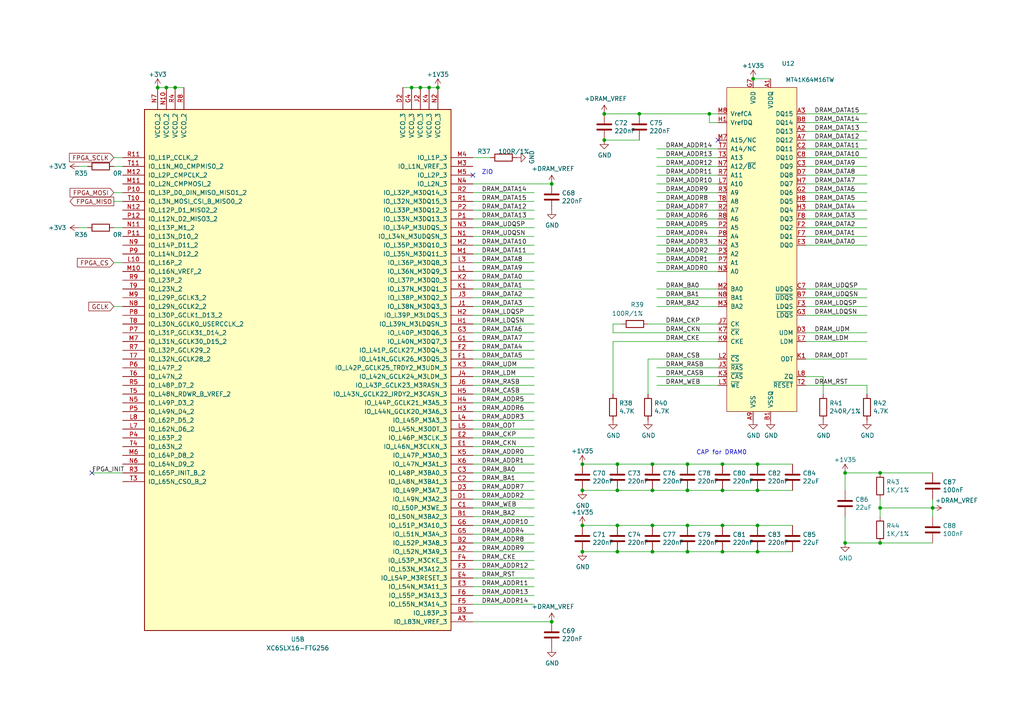
<source format=kicad_sch>
(kicad_sch (version 20231120) (generator "eeschema") (generator_version "8.0")
  (paper "A4")
  (title_block (title "Glider") (date "2024-05-09") (rev "R0.8") (company "Copyright 2024 Wenting Zhang"))
  (junction (at 270.51 147.32) (diameter 0.9144))
  (junction (at 179.07 142.24) (diameter 0.9144))
  (junction (at 175.26 40.64) (diameter 0.9144))
  (junction (at 189.23 134.62) (diameter 0.9144))
  (junction (at 209.55 160.02) (diameter 0.9144))
  (junction (at 218.44 22.86) (diameter 0.9144))
  (junction (at 209.55 142.24) (diameter 0.9144))
  (junction (at 199.39 142.24) (diameter 0.9144))
  (junction (at 168.91 142.24) (diameter 0.9144))
  (junction (at 50.8 25.4))
  (junction (at 199.39 160.02) (diameter 0.9144))
  (junction (at 209.55 134.62) (diameter 0.9144))
  (junction (at 255.27 157.48) (diameter 0.9144))
  (junction (at 168.91 160.02) (diameter 0.9144))
  (junction (at 168.91 134.62) (diameter 0.9144))
  (junction (at 219.71 134.62) (diameter 0.9144))
  (junction (at 127 25.4))
  (junction (at 160.02 180.34))
  (junction (at 48.26 25.4))
  (junction (at 175.26 33.02) (diameter 0.9144))
  (junction (at 255.27 137.16) (diameter 0.9144))
  (junction (at 121.92 25.4))
  (junction (at 189.23 160.02) (diameter 0.9144))
  (junction (at 245.11 137.16) (diameter 0.9144))
  (junction (at 199.39 134.62) (diameter 0.9144))
  (junction (at 219.71 142.24) (diameter 0.9144))
  (junction (at 219.71 152.4) (diameter 0.9144))
  (junction (at 124.46 25.4))
  (junction (at 160.02 53.34))
  (junction (at 119.38 25.4))
  (junction (at 179.07 160.02) (diameter 0.9144))
  (junction (at 179.07 134.62) (diameter 0.9144))
  (junction (at 189.23 142.24) (diameter 0.9144))
  (junction (at 245.11 157.48) (diameter 0.9144))
  (junction (at 179.07 152.4) (diameter 0.9144))
  (junction (at 205.74 33.02))
  (junction (at 168.91 152.4) (diameter 0.9144))
  (junction (at 219.71 160.02) (diameter 0.9144))
  (junction (at 185.42 33.02) (diameter 0.9144))
  (junction (at 189.23 152.4) (diameter 0.9144))
  (junction (at 209.55 152.4) (diameter 0.9144))
  (junction (at 255.27 147.32) (diameter 0.9144))
  (junction (at 199.39 152.4) (diameter 0.9144))
  (junction (at 45.72 25.4))
  (no_connect (at 208.28 40.64))
  (no_connect (at 137.16 50.8))
  (no_connect (at 26.67 137.16))
  (wire (pts (xy 219.71 134.62) (xy 209.55 134.62)))
  (wire (pts (xy 154.94 160.02) (xy 137.16 160.02)))
  (wire (pts (xy 154.94 73.66) (xy 137.16 73.66)))
  (wire (pts (xy 137.16 71.12) (xy 154.94 71.12)))
  (wire (pts (xy 245.11 137.16) (xy 245.11 142.24)))
  (wire (pts (xy 251.46 88.9) (xy 233.68 88.9)))
  (wire (pts (xy 177.8 99.06) (xy 208.28 99.06)))
  (wire (pts (xy 33.02 76.2) (xy 35.56 76.2)))
  (wire (pts (xy 251.46 33.02) (xy 233.68 33.02)))
  (wire (pts (xy 179.07 152.4) (xy 168.91 152.4)))
  (wire (pts (xy 154.94 132.08) (xy 137.16 132.08)))
  (wire (pts (xy 270.51 147.32) (xy 270.51 149.86)))
  (wire (pts (xy 270.51 157.48) (xy 255.27 157.48)))
  (wire (pts (xy 233.68 35.56) (xy 251.46 35.56)))
  (wire (pts (xy 137.16 152.4) (xy 154.94 152.4)))
  (wire (pts (xy 154.94 101.6) (xy 137.16 101.6)))
  (wire (pts (xy 233.68 111.76) (xy 251.46 111.76)))
  (wire (pts (xy 251.46 60.96) (xy 233.68 60.96)))
  (wire (pts (xy 190.5 109.22) (xy 208.28 109.22)))
  (wire (pts (xy 190.5 88.9) (xy 208.28 88.9)))
  (wire (pts (xy 190.5 58.42) (xy 208.28 58.42)))
  (wire (pts (xy 233.68 99.06) (xy 251.46 99.06)))
  (wire (pts (xy 208.28 71.12) (xy 190.5 71.12)))
  (wire (pts (xy 137.16 55.88) (xy 154.94 55.88)))
  (wire (pts (xy 33.02 66.04) (xy 35.56 66.04)))
  (wire (pts (xy 229.87 142.24) (xy 219.71 142.24)))
  (wire (pts (xy 154.94 116.84) (xy 137.16 116.84)))
  (wire (pts (xy 190.5 76.2) (xy 208.28 76.2)))
  (wire (pts (xy 190.5 45.72) (xy 208.28 45.72)))
  (wire (pts (xy 137.16 124.46) (xy 154.94 124.46)))
  (wire (pts (xy 209.55 152.4) (xy 199.39 152.4)))
  (wire (pts (xy 208.28 55.88) (xy 190.5 55.88)))
  (wire (pts (xy 233.68 38.1) (xy 251.46 38.1)))
  (wire (pts (xy 190.5 111.76) (xy 208.28 111.76)))
  (wire (pts (xy 208.28 66.04) (xy 190.5 66.04)))
  (wire (pts (xy 179.07 160.02) (xy 168.91 160.02)))
  (wire (pts (xy 229.87 134.62) (xy 219.71 134.62)))
  (wire (pts (xy 154.94 106.68) (xy 137.16 106.68)))
  (wire (pts (xy 177.8 114.3) (xy 177.8 99.06)))
  (wire (pts (xy 45.72 25.4) (xy 48.26 25.4)))
  (wire (pts (xy 48.26 25.4) (xy 50.8 25.4)))
  (wire (pts (xy 50.8 25.4) (xy 53.34 25.4)))
  (wire (pts (xy 154.94 162.56) (xy 137.16 162.56)))
  (wire (pts (xy 233.68 50.8) (xy 251.46 50.8)))
  (wire (pts (xy 179.07 152.4) (xy 189.23 152.4)))
  (wire (pts (xy 137.16 127) (xy 154.94 127)))
  (wire (pts (xy 154.94 114.3) (xy 137.16 114.3)))
  (wire (pts (xy 137.16 170.18) (xy 154.94 170.18)))
  (wire (pts (xy 26.67 137.16) (xy 35.56 137.16)))
  (wire (pts (xy 175.26 33.02) (xy 185.42 33.02)))
  (wire (pts (xy 205.74 33.02) (xy 208.28 33.02)))
  (wire (pts (xy 219.71 160.02) (xy 209.55 160.02)))
  (wire (pts (xy 124.46 25.4) (xy 127 25.4)))
  (wire (pts (xy 137.16 58.42) (xy 154.94 58.42)))
  (wire (pts (xy 154.94 175.26) (xy 137.16 175.26)))
  (wire (pts (xy 219.71 142.24) (xy 209.55 142.24)))
  (wire (pts (xy 154.94 66.04) (xy 137.16 66.04)))
  (wire (pts (xy 179.07 134.62) (xy 168.91 134.62)))
  (wire (pts (xy 154.94 93.98) (xy 137.16 93.98)))
  (wire (pts (xy 190.5 106.68) (xy 208.28 106.68)))
  (wire (pts (xy 233.68 109.22) (xy 238.76 109.22)))
  (wire (pts (xy 255.27 157.48) (xy 245.11 157.48)))
  (wire (pts (xy 154.94 91.44) (xy 137.16 91.44)))
  (wire (pts (xy 179.07 134.62) (xy 189.23 134.62)))
  (wire (pts (xy 137.16 83.82) (xy 154.94 83.82)))
  (wire (pts (xy 154.94 137.16) (xy 137.16 137.16)))
  (wire (pts (xy 137.16 129.54) (xy 154.94 129.54)))
  (wire (pts (xy 137.16 134.62) (xy 154.94 134.62)))
  (wire (pts (xy 233.68 40.64) (xy 251.46 40.64)))
  (wire (pts (xy 255.27 147.32) (xy 270.51 147.32)))
  (wire (pts (xy 251.46 58.42) (xy 233.68 58.42)))
  (wire (pts (xy 209.55 134.62) (xy 199.39 134.62)))
  (wire (pts (xy 229.87 160.02) (xy 219.71 160.02)))
  (wire (pts (xy 208.28 50.8) (xy 190.5 50.8)))
  (wire (pts (xy 179.07 142.24) (xy 189.23 142.24)))
  (wire (pts (xy 190.5 63.5) (xy 208.28 63.5)))
  (wire (pts (xy 137.16 111.76) (xy 154.94 111.76)))
  (wire (pts (xy 189.23 134.62) (xy 199.39 134.62)))
  (wire (pts (xy 209.55 142.24) (xy 199.39 142.24)))
  (wire (pts (xy 154.94 149.86) (xy 137.16 149.86)))
  (wire (pts (xy 233.68 53.34) (xy 251.46 53.34)))
  (wire (pts (xy 137.16 167.64) (xy 154.94 167.64)))
  (wire (pts (xy 255.27 137.16) (xy 270.51 137.16)))
  (wire (pts (xy 251.46 86.36) (xy 233.68 86.36)))
  (wire (pts (xy 177.8 96.52) (xy 208.28 96.52)))
  (wire (pts (xy 270.51 144.78) (xy 270.51 147.32)))
  (wire (pts (xy 205.74 35.56) (xy 205.74 33.02)))
  (wire (pts (xy 190.5 60.96) (xy 208.28 60.96)))
  (wire (pts (xy 251.46 43.18) (xy 233.68 43.18)))
  (wire (pts (xy 154.94 76.2) (xy 137.16 76.2)))
  (wire (pts (xy 233.68 66.04) (xy 251.46 66.04)))
  (wire (pts (xy 137.16 154.94) (xy 154.94 154.94)))
  (wire (pts (xy 187.96 114.3) (xy 187.96 104.14)))
  (wire (pts (xy 251.46 111.76) (xy 251.46 114.3)))
  (wire (pts (xy 185.42 33.02) (xy 205.74 33.02)))
  (wire (pts (xy 154.94 96.52) (xy 137.16 96.52)))
  (wire (pts (xy 189.23 152.4) (xy 199.39 152.4)))
  (wire (pts (xy 177.8 93.98) (xy 180.34 93.98)))
  (wire (pts (xy 177.8 96.52) (xy 177.8 93.98)))
  (wire (pts (xy 137.16 172.72) (xy 154.94 172.72)))
  (wire (pts (xy 33.02 58.42) (xy 35.56 58.42)))
  (wire (pts (xy 251.46 104.14) (xy 233.68 104.14)))
  (wire (pts (xy 137.16 119.38) (xy 154.94 119.38)))
  (wire (pts (xy 179.07 160.02) (xy 189.23 160.02)))
  (wire (pts (xy 137.16 165.1) (xy 154.94 165.1)))
  (wire (pts (xy 22.86 66.04) (xy 25.4 66.04)))
  (wire (pts (xy 137.16 144.78) (xy 154.94 144.78)))
  (wire (pts (xy 137.16 60.96) (xy 154.94 60.96)))
  (wire (pts (xy 33.02 88.9) (xy 35.56 88.9)))
  (wire (pts (xy 137.16 86.36) (xy 154.94 86.36)))
  (wire (pts (xy 251.46 63.5) (xy 233.68 63.5)))
  (wire (pts (xy 251.46 48.26) (xy 233.68 48.26)))
  (wire (pts (xy 208.28 68.58) (xy 190.5 68.58)))
  (wire (pts (xy 33.02 55.88) (xy 35.56 55.88)))
  (wire (pts (xy 208.28 53.34) (xy 190.5 53.34)))
  (wire (pts (xy 154.94 139.7) (xy 137.16 139.7)))
  (wire (pts (xy 233.68 55.88) (xy 251.46 55.88)))
  (wire (pts (xy 119.38 25.4) (xy 121.92 25.4)))
  (wire (pts (xy 229.87 152.4) (xy 219.71 152.4)))
  (wire (pts (xy 251.46 45.72) (xy 233.68 45.72)))
  (wire (pts (xy 116.84 25.4) (xy 119.38 25.4)))
  (wire (pts (xy 209.55 160.02) (xy 199.39 160.02)))
  (wire (pts (xy 233.68 96.52) (xy 251.46 96.52)))
  (wire (pts (xy 245.11 137.16) (xy 255.27 137.16)))
  (wire (pts (xy 137.16 109.22) (xy 154.94 109.22)))
  (wire (pts (xy 154.94 121.92) (xy 137.16 121.92)))
  (wire (pts (xy 255.27 147.32) (xy 255.27 149.86)))
  (wire (pts (xy 199.39 160.02) (xy 189.23 160.02)))
  (wire (pts (xy 137.16 53.34) (xy 160.02 53.34)))
  (wire (pts (xy 199.39 142.24) (xy 189.23 142.24)))
  (wire (pts (xy 154.94 68.58) (xy 137.16 68.58)))
  (wire (pts (xy 233.68 68.58) (xy 251.46 68.58)))
  (wire (pts (xy 33.02 48.26) (xy 35.56 48.26)))
  (wire (pts (xy 33.02 45.72) (xy 35.56 45.72)))
  (wire (pts (xy 190.5 78.74) (xy 208.28 78.74)))
  (wire (pts (xy 190.5 86.36) (xy 208.28 86.36)))
  (wire (pts (xy 208.28 35.56) (xy 205.74 35.56)))
  (wire (pts (xy 208.28 48.26) (xy 190.5 48.26)))
  (wire (pts (xy 137.16 180.34) (xy 160.02 180.34)))
  (wire (pts (xy 190.5 83.82) (xy 208.28 83.82)))
  (wire (pts (xy 22.86 48.26) (xy 25.4 48.26)))
  (wire (pts (xy 137.16 99.06) (xy 154.94 99.06)))
  (wire (pts (xy 154.94 147.32) (xy 137.16 147.32)))
  (wire (pts (xy 137.16 78.74) (xy 154.94 78.74)))
  (wire (pts (xy 255.27 144.78) (xy 255.27 147.32)))
  (wire (pts (xy 187.96 104.14) (xy 208.28 104.14)))
  (wire (pts (xy 233.68 71.12) (xy 251.46 71.12)))
  (wire (pts (xy 190.5 73.66) (xy 208.28 73.66)))
  (wire (pts (xy 219.71 152.4) (xy 209.55 152.4)))
  (wire (pts (xy 190.5 43.18) (xy 208.28 43.18)))
  (wire (pts (xy 251.46 83.82) (xy 233.68 83.82)))
  (wire (pts (xy 154.94 157.48) (xy 137.16 157.48)))
  (wire (pts (xy 154.94 142.24) (xy 137.16 142.24)))
  (wire (pts (xy 154.94 63.5) (xy 137.16 63.5)))
  (wire (pts (xy 137.16 104.14) (xy 154.94 104.14)))
  (wire (pts (xy 137.16 45.72) (xy 142.24 45.72)))
  (wire (pts (xy 218.44 22.86) (xy 223.52 22.86)))
  (wire (pts (xy 245.11 149.86) (xy 245.11 157.48)))
  (wire (pts (xy 187.96 93.98) (xy 208.28 93.98)))
  (wire (pts (xy 238.76 109.22) (xy 238.76 114.3)))
  (wire (pts (xy 154.94 88.9) (xy 137.16 88.9)))
  (wire (pts (xy 185.42 40.64) (xy 175.26 40.64)))
  (wire (pts (xy 137.16 81.28) (xy 154.94 81.28)))
  (wire (pts (xy 251.46 91.44) (xy 233.68 91.44)))
  (wire (pts (xy 121.92 25.4) (xy 124.46 25.4)))
  (wire (pts (xy 179.07 142.24) (xy 168.91 142.24)))
  (text "ZIO" (at 139.7 50.8 0) (effects (font (size 1.27 1.27)) (justify left bottom)))
  (text "CAP for DRAM0" (at 201.93 132.08 0) (effects (font (size 1.27 1.27)) (justify left bottom)))
  (label "DRAM_DATA3" (at 236.22 63.5 0))
  (label "DRAM_ADDR2" (at 139.7 144.78 0))
  (label "DRAM_UDQSN" (at 236.22 86.36 0))
  (label "DRAM_LDM" (at 236.22 99.06 0))
  (label "DRAM_ADDR9" (at 193.04 55.88 0))
  (label "DRAM_ADDR13" (at 139.7 172.72 0))
  (label "DRAM_DATA11" (at 236.22 43.18 0))
  (label "DRAM_CKE" (at 193.04 99.06 0))
  (label "DRAM_WEB" (at 139.7 147.32 0))
  (label "DRAM_LDM" (at 139.7 109.22 0))
  (label "DRAM_DATA3" (at 139.7 88.9 0))
  (label "DRAM_DATA7" (at 236.22 53.34 0))
  (label "DRAM_WEB" (at 193.04 111.76 0))
  (label "DRAM_RASB" (at 139.7 111.76 0))
  (label "DRAM_ADDR6" (at 193.04 63.5 0))
  (label "DRAM_DATA0" (at 236.22 71.12 0))
  (label "DRAM_DATA10" (at 236.22 45.72 0))
  (label "DRAM_ADDR10" (at 139.7 152.4 0))
  (label "DRAM_ADDR11" (at 193.04 50.8 0))
  (label "DRAM_BA1" (at 193.04 86.36 0))
  (label "DRAM_ADDR2" (at 193.04 73.66 0))
  (label "DRAM_LDQSP" (at 139.7 91.44 0))
  (label "DRAM_ADDR8" (at 139.7 157.48 0))
  (label "DRAM_LDQSP" (at 236.22 88.9 0))
  (label "DRAM_ADDR14" (at 193.04 43.18 0))
  (label "DRAM_CASB" (at 193.04 109.22 0))
  (label "DRAM_RST" (at 139.7 167.64 0))
  (label "DRAM_BA2" (at 193.04 88.9 0))
  (label "DRAM_DATA15" (at 236.22 33.02 0))
  (label "DRAM_DATA2" (at 236.22 66.04 0))
  (label "DRAM_BA2" (at 139.7 149.86 0))
  (label "DRAM_UDM" (at 236.22 96.52 0))
  (label "DRAM_DATA9" (at 236.22 48.26 0))
  (label "DRAM_DATA15" (at 139.7 58.42 0))
  (label "DRAM_BA0" (at 139.7 137.16 0))
  (label "DRAM_CASB" (at 139.7 114.3 0))
  (label "DRAM_ADDR1" (at 193.04 76.2 0))
  (label "DRAM_ODT" (at 236.22 104.14 0))
  (label "DRAM_DATA6" (at 236.22 55.88 0))
  (label "DRAM_DATA5" (at 139.7 104.14 0))
  (label "DRAM_DATA9" (at 139.7 78.74 0))
  (label "DRAM_DATA1" (at 236.22 68.58 0))
  (label "DRAM_UDM" (at 139.7 106.68 0))
  (label "DRAM_ADDR7" (at 193.04 60.96 0))
  (label "DRAM_RST" (at 236.22 111.76 0))
  (label "DRAM_DATA13" (at 236.22 38.1 0))
  (label "DRAM_DATA12" (at 236.22 40.64 0))
  (label "DRAM_CKN" (at 139.7 129.54 0))
  (label "DRAM_ADDR7" (at 139.7 142.24 0))
  (label "DRAM_ADDR6" (at 139.7 119.38 0))
  (label "FPGA_INIT" (at 26.67 137.16 0))
  (label "DRAM_UDQSN" (at 139.7 68.58 0))
  (label "DRAM_ADDR9" (at 139.7 160.02 0))
  (label "DRAM_DATA6" (at 139.7 96.52 0))
  (label "DRAM_ADDR14" (at 139.7 175.26 0))
  (label "DRAM_LDQSN" (at 236.22 91.44 0))
  (label "DRAM_ADDR8" (at 193.04 58.42 0))
  (label "DRAM_DATA14" (at 236.22 35.56 0))
  (label "DRAM_ADDR5" (at 139.7 116.84 0))
  (label "DRAM_ADDR3" (at 193.04 71.12 0))
  (label "DRAM_DATA14" (at 139.7 55.88 0))
  (label "DRAM_CSB" (at 193.04 104.14 0))
  (label "DRAM_DATA1" (at 139.7 83.82 0))
  (label "DRAM_DATA4" (at 139.7 101.6 0))
  (label "DRAM_BA1" (at 139.7 139.7 0))
  (label "DRAM_DATA5" (at 236.22 58.42 0))
  (label "DRAM_DATA4" (at 236.22 60.96 0))
  (label "DRAM_ADDR5" (at 193.04 66.04 0))
  (label "DRAM_RASB" (at 193.04 106.68 0))
  (label "DRAM_DATA13" (at 139.7 63.5 0))
  (label "DRAM_ADDR0" (at 139.7 132.08 0))
  (label "DRAM_ADDR1" (at 139.7 134.62 0))
  (label "DRAM_UDQSP" (at 236.22 83.82 0))
  (label "DRAM_ODT" (at 139.7 124.46 0))
  (label "DRAM_CKN" (at 193.04 96.52 0))
  (label "DRAM_ADDR10" (at 193.04 53.34 0))
  (label "DRAM_DATA8" (at 236.22 50.8 0))
  (label "DRAM_ADDR4" (at 193.04 68.58 0))
  (label "DRAM_BA0" (at 193.04 83.82 0))
  (label "DRAM_DATA12" (at 139.7 60.96 0))
  (label "DRAM_CKE" (at 139.7 162.56 0))
  (label "DRAM_UDQSP" (at 139.7 66.04 0))
  (label "DRAM_LDQSN" (at 139.7 93.98 0))
  (label "DRAM_DATA10" (at 139.7 71.12 0))
  (label "DRAM_ADDR13" (at 193.04 45.72 0))
  (label "DRAM_ADDR4" (at 139.7 154.94 0))
  (label "DRAM_CKP" (at 193.04 93.98 0))
  (label "DRAM_ADDR0" (at 193.04 78.74 0))
  (label "DRAM_ADDR3" (at 139.7 121.92 0))
  (label "DRAM_DATA11" (at 139.7 73.66 0))
  (label "DRAM_DATA0" (at 139.7 81.28 0))
  (label "DRAM_ADDR12" (at 193.04 48.26 0))
  (label "DRAM_ADDR12" (at 139.7 165.1 0))
  (label "DRAM_DATA8" (at 139.7 76.2 0))
  (label "DRAM_DATA7" (at 139.7 99.06 0))
  (label "DRAM_CKP" (at 139.7 127 0))
  (label "DRAM_DATA2" (at 139.7 86.36 0))
  (label "DRAM_ADDR11" (at 139.7 170.18 0))
  (global_label "GCLK" (shape input) (at 33.02 88.9 180) (property "Intersheetrefs" "${INTERSHEET_REFS}" (effects (hide yes))))
  (global_label "FPGA_CS" (shape input) (at 33.02 76.2 180) (property "Intersheetrefs" "${INTERSHEET_REFS}" (effects (hide yes))))
  (global_label "FPGA_SCLK" (shape input) (at 33.02 45.72 180) (property "Intersheetrefs" "${INTERSHEET_REFS}" (effects (hide yes))))
  (global_label "FPGA_MOSI" (shape input) (at 33.02 55.88 180) (property "Intersheetrefs" "${INTERSHEET_REFS}" (effects (hide yes))))
  (global_label "FPGA_MISO" (shape output) (at 33.02 58.42 180) (property "Intersheetrefs" "${INTERSHEET_REFS}" (effects (hide yes))))
  (symbol (lib_id "power:GND") (at 149.86 45.72 90) (unit 1)
    (property "Reference" "#PWR0103" (effects (hide yes)))
    (property "Value" "GND" (at 154.2542 45.593 0))
  )
  (symbol (lib_id "Device:C") (at 229.87 156.21 0) (unit 1)
    (property "Reference" "C85" (at 232.791 155.0416 0) (effects (justify left)))
    (property "Value" "22uF" (at 232.791 157.353 0) (effects (justify left)))
    (property "Footprint" "Capacitor_SMD:C_0603_1608Metric" (effects (hide yes)))
    (property "LCSC" "C94018" (effects (hide yes)))
    (property "Ref.Price" "0.0301" (effects (hide yes)))
  )
  (symbol (lib_id "power:+1V35") (at 168.91 134.62 0) (unit 1)
    (property "Reference" "#PWR0108" (effects (hide yes)))
    (property "Value" "+1V35" (at 168.91 130.81 0))
  )
  (symbol (lib_id "Device:R") (at 184.15 93.98 90) (unit 1)
    (property "Reference" "R39" (at 186.7916 88.392 90) (effects (justify left)))
    (property "Value" "100R/1%" (at 186.563 90.932 90) (effects (justify left)))
    (property "Footprint" "Resistor_SMD:R_0402_1005Metric" (effects (hide yes)))
    (property "LCSC" "C114877" (effects (hide yes)))
    (property "Ref.Price" "0.001" (effects (hide yes)))
  )
  (symbol (lib_id "power:+3V3") (at 45.72 25.4 0) (unit 1)
    (property "Reference" "#PWR099" (effects (hide yes)))
    (property "Value" "+3V3" (at 45.72 21.59 0))
  )
  (symbol (lib_id "Device:C") (at 185.42 36.83 0) (unit 1)
    (property "Reference" "C75" (at 188.341 35.6616 0) (effects (justify left)))
    (property "Value" "220nF" (at 188.341 37.973 0) (effects (justify left)))
    (property "Footprint" "Capacitor_SMD:C_0402_1005Metric" (effects (hide yes)))
    (property "LCSC" "C880414" (effects (hide yes)))
    (property "Ref.Price" "0.0036" (effects (hide yes)))
  )
  (symbol (lib_id "Device:C") (at 168.91 156.21 0) (unit 1)
    (property "Reference" "C71" (at 171.831 155.0416 0) (effects (justify left)))
    (property "Value" "220nF" (at 171.831 157.353 0) (effects (justify left)))
    (property "Footprint" "Capacitor_SMD:C_0402_1005Metric" (effects (hide yes)))
    (property "LCSC" "C880414" (effects (hide yes)))
    (property "Ref.Price" "0.0036" (effects (hide yes)))
  )
  (symbol (lib_id "Device:C") (at 179.07 156.21 0) (unit 1)
    (property "Reference" "C74" (at 181.991 155.0416 0) (effects (justify left)))
    (property "Value" "220nF" (at 181.991 157.353 0) (effects (justify left)))
    (property "Footprint" "Capacitor_SMD:C_0402_1005Metric" (effects (hide yes)))
    (property "LCSC" "C880414" (effects (hide yes)))
    (property "Ref.Price" "0.0036" (effects (hide yes)))
  )
  (symbol (lib_id "Device:R") (at 255.27 153.67 0) (unit 1)
    (property "Reference" "R44" (at 257.048 152.5016 0) (effects (justify left)))
    (property "Value" "1K/1%" (at 257.048 154.813 0) (effects (justify left)))
    (property "Footprint" "Resistor_SMD:R_0402_1005Metric" (effects (hide yes)))
    (property "LCSC" "C226693" (effects (hide yes)))
    (property "Ref.Price" "0.0025" (effects (hide yes)))
  )
  (symbol (lib_id "power:GND") (at 168.91 160.02 0) (unit 1)
    (property "Reference" "#PWR0111" (effects (hide yes)))
    (property "Value" "GND" (at 169.037 164.4142 0))
  )
  (symbol (lib_id "power:+3V3") (at 22.86 48.26 90) (unit 1)
    (property "Reference" "#PWR097" (effects (hide yes)))
    (property "Value" "+3V3" (at 13.97 48.2599 90) (effects (justify right)))
  )
  (symbol (lib_id "Device:C") (at 270.51 140.97 0) (unit 1)
    (property "Reference" "C87" (at 273.431 139.8016 0) (effects (justify left)))
    (property "Value" "100nF" (at 273.431 142.113 0) (effects (justify left)))
    (property "Footprint" "Capacitor_SMD:C_0402_1005Metric" (effects (hide yes)))
    (property "LCSC" "C56392" (effects (hide yes)))
    (property "Ref.Price" "0.0023" (effects (hide yes)))
  )
  (symbol (lib_id "symbols:+DRAM_VREF") (at 160.02 180.34 0) (unit 1)
    (property "Reference" "#PWR0106" (effects (hide yes)))
    (property "Value" "+DRAM_VREF" (at 160.401 175.9458 0))
  )
  (symbol (lib_id "symbols:+DRAM_VREF") (at 160.02 53.34 0) (unit 1)
    (property "Reference" "#PWR0104" (effects (hide yes)))
    (property "Value" "+DRAM_VREF" (at 160.401 48.9458 0))
  )
  (symbol (lib_id "Device:R") (at 238.76 118.11 0) (unit 1)
    (property "Reference" "R41" (at 240.538 116.9416 0) (effects (justify left)))
    (property "Value" "240R/1%" (at 240.538 119.253 0) (effects (justify left)))
    (property "Footprint" "Resistor_SMD:R_0402_1005Metric" (effects (hide yes)))
    (property "LCSC" "C114755" (effects (hide yes)))
    (property "Ref.Price" "0.0009" (effects (hide yes)))
  )
  (symbol (lib_id "power:+3V3") (at 22.86 66.04 90) (unit 1)
    (property "Reference" "#PWR098" (effects (hide yes)))
    (property "Value" "+3V3" (at 13.97 66.0399 90) (effects (justify right)))
  )
  (symbol (lib_id "power:GND") (at 160.02 187.96 0) (unit 1)
    (property "Reference" "#PWR0107" (effects (hide yes)))
    (property "Value" "GND" (at 160.147 192.3542 0))
  )
  (symbol (lib_id "power:GND") (at 245.11 157.48 0) (unit 1)
    (property "Reference" "#PWR0121" (effects (hide yes)))
    (property "Value" "GND" (at 245.237 161.8742 0))
  )
  (symbol (lib_id "symbols:MT41K256M16HA") (at 220.98 22.86 0) (unit 1)
    (property "Reference" "U12" (at 228.6 18.415 0) (effects (font (size 1.1938 1.1938))))
    (property "Value" "MT41K64M16TW" (at 234.95 23.1648 0) (effects (font (size 1.1938 1.1938))))
    (property "Footprint" "footprints:BGA-96_9.0x14.0mm_P0.8mm" (effects (hide yes)))
    (property "LCSC" "C524855" (effects (hide yes)))
    (property "Ref.Price" "3.2405" (effects (hide yes)))
  )
  (symbol (lib_id "power:GND") (at 223.52 121.92 0) (unit 1)
    (property "Reference" "#PWR0118" (effects (hide yes)))
    (property "Value" "GND" (at 223.647 126.3142 0))
  )
  (symbol (lib_id "power:GND") (at 187.96 121.92 0) (unit 1)
    (property "Reference" "#PWR0115" (effects (hide yes)))
    (property "Value" "GND" (at 188.087 126.3142 0))
  )
  (symbol (lib_id "Device:R") (at 29.21 48.26 90) (unit 1)
    (property "Reference" "R35" (at 25.5016 50.292 90) (effects (justify left)))
    (property "Value" "0R" (at 35.433 50.292 90) (effects (justify left)))
    (property "Footprint" "Resistor_SMD:R_0402_1005Metric" (effects (hide yes)))
    (property "LCSC" "C105870" (effects (hide yes)))
    (property "Ref.Price" "0.0006" (effects (hide yes)))
  )
  (symbol (lib_id "Device:C") (at 168.91 138.43 0) (unit 1)
    (property "Reference" "C70" (at 171.831 137.2616 0) (effects (justify left)))
    (property "Value" "220nF" (at 171.831 139.573 0) (effects (justify left)))
    (property "Footprint" "Capacitor_SMD:C_0402_1005Metric" (effects (hide yes)))
    (property "LCSC" "C880414" (effects (hide yes)))
    (property "Ref.Price" "0.0036" (effects (hide yes)))
  )
  (symbol (lib_id "Device:C") (at 160.02 57.15 0) (unit 1)
    (property "Reference" "C68" (at 162.941 55.9816 0) (effects (justify left)))
    (property "Value" "220nF" (at 162.941 58.293 0) (effects (justify left)))
    (property "Footprint" "Capacitor_SMD:C_0402_1005Metric" (effects (hide yes)))
    (property "LCSC" "C880414" (effects (hide yes)))
    (property "Ref.Price" "0.0036" (effects (hide yes)))
  )
  (symbol (lib_id "Device:R") (at 29.21 66.04 90) (unit 1)
    (property "Reference" "R36" (at 25.5016 68.072 90) (effects (justify left)))
    (property "Value" "0R" (at 35.433 68.072 90) (effects (justify left)))
    (property "Footprint" "Resistor_SMD:R_0402_1005Metric" (effects (hide yes)))
    (property "LCSC" "C105870" (effects (hide yes)))
    (property "Ref.Price" "0.0006" (effects (hide yes)))
  )
  (symbol (lib_id "power:GND") (at 160.02 60.96 0) (unit 1)
    (property "Reference" "#PWR0105" (effects (hide yes)))
    (property "Value" "GND" (at 160.147 65.3542 0))
  )
  (symbol (lib_id "power:GND") (at 218.44 121.92 0) (unit 1)
    (property "Reference" "#PWR0117" (effects (hide yes)))
    (property "Value" "GND" (at 218.567 126.3142 0))
  )
  (symbol (lib_id "power:+1V35") (at 218.44 22.86 0) (unit 1)
    (property "Reference" "#PWR0116" (effects (hide yes)))
    (property "Value" "+1V35" (at 218.44 19.05 0))
  )
  (symbol (lib_id "Device:C") (at 175.26 36.83 0) (unit 1)
    (property "Reference" "C72" (at 178.181 35.6616 0) (effects (justify left)))
    (property "Value" "220nF" (at 178.181 37.973 0) (effects (justify left)))
    (property "Footprint" "Capacitor_SMD:C_0402_1005Metric" (effects (hide yes)))
    (property "LCSC" "C880414" (effects (hide yes)))
    (property "Ref.Price" "0.0036" (effects (hide yes)))
  )
  (symbol (lib_id "Device:R") (at 146.05 45.72 90) (unit 1)
    (property "Reference" "R37" (at 142.3416 43.942 90) (effects (justify left)))
    (property "Value" "100R/1%" (at 153.543 43.942 90) (effects (justify left)))
    (property "Footprint" "Resistor_SMD:R_0402_1005Metric" (effects (hide yes)))
    (property "LCSC" "C106232" (effects (hide yes)))
    (property "Ref.Price" "0.0007" (effects (hide yes)))
  )
  (symbol (lib_id "Device:R") (at 177.8 118.11 0) (unit 1)
    (property "Reference" "R38" (at 179.578 116.9416 0) (effects (justify left)))
    (property "Value" "4.7K" (at 179.578 119.253 0) (effects (justify left)))
    (property "Footprint" "Resistor_SMD:R_0402_1005Metric" (effects (hide yes)))
    (property "LCSC" "C105870" (effects (hide yes)))
    (property "Ref.Price" "0.0006" (effects (hide yes)))
  )
  (symbol (lib_id "power:+1V35") (at 168.91 152.4 0) (unit 1)
    (property "Reference" "#PWR0110" (effects (hide yes)))
    (property "Value" "+1V35" (at 168.91 148.59 0))
  )
  (symbol (lib_id "Device:C") (at 219.71 156.21 0) (unit 1)
    (property "Reference" "C83" (at 222.631 155.0416 0) (effects (justify left)))
    (property "Value" "220nF" (at 222.631 157.353 0) (effects (justify left)))
    (property "Footprint" "Capacitor_SMD:C_0402_1005Metric" (effects (hide yes)))
    (property "LCSC" "C880414" (effects (hide yes)))
    (property "Ref.Price" "0.0036" (effects (hide yes)))
  )
  (symbol (lib_id "power:GND") (at 251.46 121.92 0) (unit 1)
    (property "Reference" "#PWR0122" (effects (hide yes)))
    (property "Value" "GND" (at 251.587 126.3142 0))
  )
  (symbol (lib_id "Device:C") (at 209.55 156.21 0) (unit 1)
    (property "Reference" "C81" (at 212.471 155.0416 0) (effects (justify left)))
    (property "Value" "220nF" (at 212.471 157.353 0) (effects (justify left)))
    (property "Footprint" "Capacitor_SMD:C_0402_1005Metric" (effects (hide yes)))
    (property "LCSC" "C880414" (effects (hide yes)))
    (property "Ref.Price" "0.0036" (effects (hide yes)))
  )
  (symbol (lib_id "Device:C") (at 160.02 184.15 0) (unit 1)
    (property "Reference" "C69" (at 162.941 182.9816 0) (effects (justify left)))
    (property "Value" "220nF" (at 162.941 185.293 0) (effects (justify left)))
    (property "Footprint" "Capacitor_SMD:C_0402_1005Metric" (effects (hide yes)))
    (property "LCSC" "C880414" (effects (hide yes)))
    (property "Ref.Price" "0.0036" (effects (hide yes)))
  )
  (symbol (lib_id "Device:C") (at 229.87 138.43 0) (unit 1)
    (property "Reference" "C84" (at 232.791 137.2616 0) (effects (justify left)))
    (property "Value" "22uF" (at 232.791 139.573 0) (effects (justify left)))
    (property "Footprint" "Capacitor_SMD:C_0603_1608Metric" (effects (hide yes)))
    (property "LCSC" "C94018" (effects (hide yes)))
    (property "Ref.Price" "0.0301" (effects (hide yes)))
  )
  (symbol (lib_id "power:GND") (at 168.91 142.24 0) (unit 1)
    (property "Reference" "#PWR0109" (effects (hide yes)))
    (property "Value" "GND" (at 169.037 146.6342 0))
  )
  (symbol (lib_id "Device:C") (at 179.07 138.43 0) (unit 1)
    (property "Reference" "C73" (at 181.991 137.2616 0) (effects (justify left)))
    (property "Value" "220nF" (at 181.991 139.573 0) (effects (justify left)))
    (property "Footprint" "Capacitor_SMD:C_0402_1005Metric" (effects (hide yes)))
    (property "LCSC" "C880414" (effects (hide yes)))
    (property "Ref.Price" "0.0036" (effects (hide yes)))
  )
  (symbol (lib_id "Device:C") (at 199.39 138.43 0) (unit 1)
    (property "Reference" "C78" (at 202.311 137.2616 0) (effects (justify left)))
    (property "Value" "220nF" (at 202.311 139.573 0) (effects (justify left)))
    (property "Footprint" "Capacitor_SMD:C_0402_1005Metric" (effects (hide yes)))
    (property "LCSC" "C880414" (effects (hide yes)))
    (property "Ref.Price" "0.0036" (effects (hide yes)))
  )
  (symbol (lib_id "Device:C") (at 209.55 138.43 0) (unit 1)
    (property "Reference" "C80" (at 212.471 137.2616 0) (effects (justify left)))
    (property "Value" "220nF" (at 212.471 139.573 0) (effects (justify left)))
    (property "Footprint" "Capacitor_SMD:C_0402_1005Metric" (effects (hide yes)))
    (property "LCSC" "C880414" (effects (hide yes)))
    (property "Ref.Price" "0.0036" (effects (hide yes)))
  )
  (symbol (lib_id "power:GND") (at 175.26 40.64 0) (unit 1)
    (property "Reference" "#PWR0113" (effects (hide yes)))
    (property "Value" "GND" (at 175.387 45.0342 0))
  )
  (symbol (lib_id "power:+1V35") (at 127 25.4 0) (mirror y) (unit 1)
    (property "Reference" "#PWR0101" (effects (hide yes)))
    (property "Value" "+1V35" (at 127 21.59 0))
  )
  (symbol (lib_id "Device:C") (at 199.39 156.21 0) (unit 1)
    (property "Reference" "C79" (at 202.311 155.0416 0) (effects (justify left)))
    (property "Value" "220nF" (at 202.311 157.353 0) (effects (justify left)))
    (property "Footprint" "Capacitor_SMD:C_0402_1005Metric" (effects (hide yes)))
    (property "LCSC" "C880414" (effects (hide yes)))
    (property "Ref.Price" "0.0036" (effects (hide yes)))
  )
  (symbol (lib_id "Device:C") (at 245.11 146.05 0) (unit 1)
    (property "Reference" "C86" (at 248.031 144.8816 0) (effects (justify left)))
    (property "Value" "22uF" (at 248.031 147.193 0) (effects (justify left)))
    (property "Footprint" "Capacitor_SMD:C_0603_1608Metric" (effects (hide yes)))
    (property "LCSC" "C105490" (effects (hide yes)))
    (property "Ref.Price" "0.0165" (effects (hide yes)))
  )
  (symbol (lib_id "Device:R") (at 187.96 118.11 0) (unit 1)
    (property "Reference" "R40" (at 189.738 116.9416 0) (effects (justify left)))
    (property "Value" "4.7K" (at 189.738 119.253 0) (effects (justify left)))
    (property "Footprint" "Resistor_SMD:R_0402_1005Metric" (effects (hide yes)))
    (property "LCSC" "C105870" (effects (hide yes)))
    (property "Ref.Price" "0.0006" (effects (hide yes)))
  )
  (symbol (lib_id "Device:C") (at 270.51 153.67 0) (unit 1)
    (property "Reference" "C88" (at 273.431 152.5016 0) (effects (justify left)))
    (property "Value" "100nF" (at 273.431 154.813 0) (effects (justify left)))
    (property "Footprint" "Capacitor_SMD:C_0402_1005Metric" (effects (hide yes)))
    (property "LCSC" "C56392" (effects (hide yes)))
    (property "Ref.Price" "0.0023" (effects (hide yes)))
  )
  (symbol (lib_id "Device:C") (at 219.71 138.43 0) (unit 1)
    (property "Reference" "C82" (at 222.631 137.2616 0) (effects (justify left)))
    (property "Value" "220nF" (at 222.631 139.573 0) (effects (justify left)))
    (property "Footprint" "Capacitor_SMD:C_0402_1005Metric" (effects (hide yes)))
    (property "LCSC" "C880414" (effects (hide yes)))
    (property "Ref.Price" "0.0036" (effects (hide yes)))
  )
  (symbol (lib_id "symbols:+DRAM_VREF") (at 270.51 147.32 270) (unit 1)
    (property "Reference" "#PWR0123" (effects (hide yes)))
    (property "Value" "+DRAM_VREF" (at 277.4442 145.161 90))
  )
  (symbol (lib_id "Device:R") (at 251.46 118.11 0) (unit 1)
    (property "Reference" "R42" (at 253.238 116.9416 0) (effects (justify left)))
    (property "Value" "4.7K" (at 253.238 119.253 0) (effects (justify left)))
    (property "Footprint" "Resistor_SMD:R_0402_1005Metric" (effects (hide yes)))
    (property "LCSC" "C105870" (effects (hide yes)))
    (property "Ref.Price" "0.0006" (effects (hide yes)))
  )
  (symbol (lib_id "Device:R") (at 255.27 140.97 0) (unit 1)
    (property "Reference" "R43" (at 257.048 139.8016 0) (effects (justify left)))
    (property "Value" "1K/1%" (at 257.048 142.113 0) (effects (justify left)))
    (property "Footprint" "Resistor_SMD:R_0402_1005Metric" (effects (hide yes)))
    (property "LCSC" "C226693" (effects (hide yes)))
    (property "Ref.Price" "0.0025" (effects (hide yes)))
  )
  (symbol (lib_id "Device:C") (at 189.23 138.43 0) (unit 1)
    (property "Reference" "C76" (at 192.151 137.2616 0) (effects (justify left)))
    (property "Value" "220nF" (at 192.151 139.573 0) (effects (justify left)))
    (property "Footprint" "Capacitor_SMD:C_0402_1005Metric" (effects (hide yes)))
    (property "LCSC" "C880414" (effects (hide yes)))
    (property "Ref.Price" "0.0036" (effects (hide yes)))
  )
  (symbol (lib_id "power:+1V35") (at 245.11 137.16 0) (unit 1)
    (property "Reference" "#PWR0120" (effects (hide yes)))
    (property "Value" "+1V35" (at 245.11 133.35 0))
  )
  (symbol (lib_id "FPGA_Xilinx_Spartan6:XC6SLX16-FTG256") (at 86.36 104.14 0) (unit 2)
    (property "Reference" "U5" (at 86.36 185.42 0))
    (property "Value" "XC6SLX16-FTG256" (at 86.36 187.96 0))
    (property "Footprint" "footprints:Xilinx_FTG256" (effects (hide yes)))
    (property "LCSC" "C39313" (effects (hide yes)))
    (property "Ref.Price" "7.4837" (effects (hide yes)))
  )
  (symbol (lib_id "power:GND") (at 238.76 121.92 0) (unit 1)
    (property "Reference" "#PWR0119" (effects (hide yes)))
    (property "Value" "GND" (at 238.887 126.3142 0))
  )
  (symbol (lib_id "power:GND") (at 177.8 121.92 0) (unit 1)
    (property "Reference" "#PWR0114" (effects (hide yes)))
    (property "Value" "GND" (at 177.927 126.3142 0))
  )
  (symbol (lib_id "Device:C") (at 189.23 156.21 0) (unit 1)
    (property "Reference" "C77" (at 192.151 155.0416 0) (effects (justify left)))
    (property "Value" "220nF" (at 192.151 157.353 0) (effects (justify left)))
    (property "Footprint" "Capacitor_SMD:C_0402_1005Metric" (effects (hide yes)))
    (property "LCSC" "C880414" (effects (hide yes)))
    (property "Ref.Price" "0.0036" (effects (hide yes)))
  )
  (symbol (lib_id "symbols:+DRAM_VREF") (at 175.26 33.02 0) (unit 1)
    (property "Reference" "#PWR0112" (effects (hide yes)))
    (property "Value" "+DRAM_VREF" (at 175.641 28.6258 0))
  )
)
</source>
